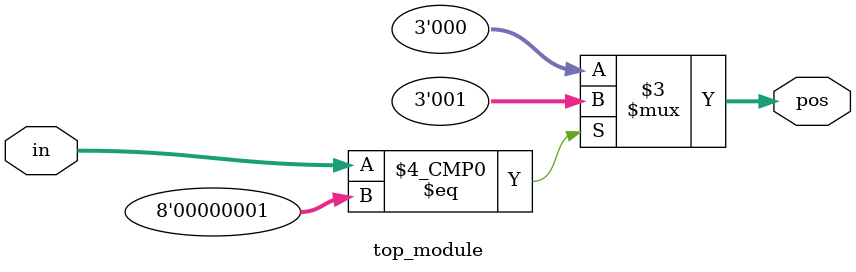
<source format=sv>
module top_module (
	input [7:0] in,
	output reg [2:0] pos
);

	always @* begin
		casez (in)
			8'b0000_0001: pos = 1;
			8'b0000_001_: pos = 2;
			8'b0000_01__: pos = 3;
			8'b0000_1___: pos = 4;
			8'b0001_____: pos = 5;
			8'b001______: pos = 6;
			8'b01_______: pos = 7;
			8'b1________: pos = 8;
			default: pos = 0;
		endcase
	end

endmodule

</source>
